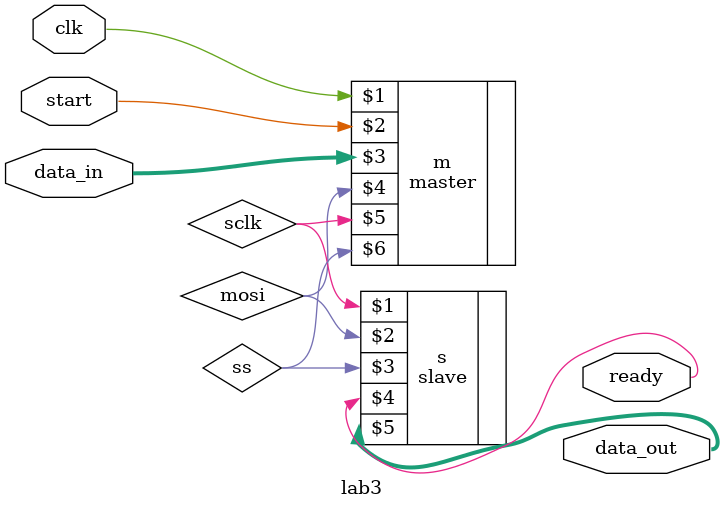
<source format=v>
module lab3
(
    input wire clk,
    input wire [7:0] data_in,
    input wire start,
    output wire [7:0] data_out,
    output wire ready
);

wire mosi, sclk, ss;

master m(clk, start, data_in, mosi, sclk, ss);
slave s(sclk, mosi, ss, ready, data_out);

endmodule

</source>
